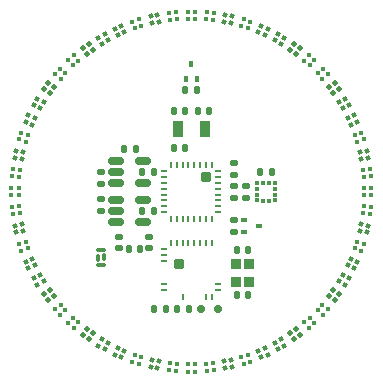
<source format=gbr>
%TF.GenerationSoftware,KiCad,Pcbnew,9.0.2*%
%TF.CreationDate,2025-06-15T10:44:02-04:00*%
%TF.ProjectId,WristWatch,57726973-7457-4617-9463-682e6b696361,rev?*%
%TF.SameCoordinates,Original*%
%TF.FileFunction,Paste,Top*%
%TF.FilePolarity,Positive*%
%FSLAX46Y46*%
G04 Gerber Fmt 4.6, Leading zero omitted, Abs format (unit mm)*
G04 Created by KiCad (PCBNEW 9.0.2) date 2025-06-15 10:44:02*
%MOMM*%
%LPD*%
G01*
G04 APERTURE LIST*
G04 Aperture macros list*
%AMRoundRect*
0 Rectangle with rounded corners*
0 $1 Rounding radius*
0 $2 $3 $4 $5 $6 $7 $8 $9 X,Y pos of 4 corners*
0 Add a 4 corners polygon primitive as box body*
4,1,4,$2,$3,$4,$5,$6,$7,$8,$9,$2,$3,0*
0 Add four circle primitives for the rounded corners*
1,1,$1+$1,$2,$3*
1,1,$1+$1,$4,$5*
1,1,$1+$1,$6,$7*
1,1,$1+$1,$8,$9*
0 Add four rect primitives between the rounded corners*
20,1,$1+$1,$2,$3,$4,$5,0*
20,1,$1+$1,$4,$5,$6,$7,0*
20,1,$1+$1,$6,$7,$8,$9,0*
20,1,$1+$1,$8,$9,$2,$3,0*%
G04 Aperture macros list end*
%ADD10RoundRect,0.075000X0.075000X-0.225000X0.075000X0.225000X-0.075000X0.225000X-0.075000X-0.225000X0*%
%ADD11RoundRect,0.087500X-0.312500X-0.087500X0.312500X-0.087500X0.312500X0.087500X-0.312500X0.087500X0*%
%ADD12RoundRect,0.100000X0.155000X0.100000X-0.155000X0.100000X-0.155000X-0.100000X0.155000X-0.100000X0*%
%ADD13RoundRect,0.100000X-0.100000X0.155000X-0.100000X-0.155000X0.100000X-0.155000X0.100000X0.155000X0*%
%ADD14RoundRect,0.140000X0.140000X0.170000X-0.140000X0.170000X-0.140000X-0.170000X0.140000X-0.170000X0*%
%ADD15RoundRect,0.100000X0.100000X-0.100000X0.100000X0.100000X-0.100000X0.100000X-0.100000X-0.100000X0*%
%ADD16RoundRect,0.150000X-0.512500X-0.150000X0.512500X-0.150000X0.512500X0.150000X-0.512500X0.150000X0*%
%ADD17RoundRect,0.100000X-0.132028X0.050681X-0.050681X-0.132028X0.132028X-0.050681X0.050681X0.132028X0*%
%ADD18RoundRect,0.100000X0.136603X-0.036603X0.036603X0.136603X-0.136603X0.036603X-0.036603X-0.136603X0*%
%ADD19RoundRect,0.100000X-0.022123X-0.139680X0.139680X-0.022123X0.022123X0.139680X-0.139680X0.022123X0*%
%ADD20RoundRect,0.100000X-0.050681X-0.132028X0.132028X-0.050681X0.050681X0.132028X-0.132028X0.050681X0*%
%ADD21RoundRect,0.135000X-0.135000X-0.185000X0.135000X-0.185000X0.135000X0.185000X-0.135000X0.185000X0*%
%ADD22R,0.824800X1.422400*%
%ADD23RoundRect,0.100000X0.118606X0.077024X-0.077024X0.118606X-0.118606X-0.077024X0.077024X-0.118606X0*%
%ADD24RoundRect,0.135000X-0.185000X0.135000X-0.185000X-0.135000X0.185000X-0.135000X0.185000X0.135000X0*%
%ADD25RoundRect,0.100000X-0.022123X0.139680X-0.139680X-0.022123X0.022123X-0.139680X0.139680X0.022123X0*%
%ADD26RoundRect,0.100000X0.050681X0.132028X-0.132028X0.050681X-0.050681X-0.132028X0.132028X-0.050681X0*%
%ADD27RoundRect,0.100000X-0.126007X0.064204X-0.064204X-0.126007X0.126007X-0.064204X0.064204X0.126007X0*%
%ADD28RoundRect,0.100000X0.022123X-0.139680X0.139680X0.022123X-0.022123X0.139680X-0.139680X-0.022123X0*%
%ADD29RoundRect,0.100000X0.077024X-0.118606X0.118606X0.077024X-0.077024X0.118606X-0.118606X-0.077024X0*%
%ADD30RoundRect,0.100000X-0.036603X-0.136603X0.136603X-0.036603X0.036603X0.136603X-0.136603X0.036603X0*%
%ADD31RoundRect,0.135000X0.135000X0.185000X-0.135000X0.185000X-0.135000X-0.185000X0.135000X-0.185000X0*%
%ADD32RoundRect,0.140000X0.170000X-0.140000X0.170000X0.140000X-0.170000X0.140000X-0.170000X-0.140000X0*%
%ADD33RoundRect,0.100000X0.141228X-0.007401X0.007401X0.141228X-0.141228X0.007401X-0.007401X-0.141228X0*%
%ADD34RoundRect,0.100000X-0.141228X0.007401X-0.007401X-0.141228X0.141228X-0.007401X0.007401X0.141228X0*%
%ADD35RoundRect,0.100000X0.064204X0.126007X-0.126007X0.064204X-0.064204X-0.126007X0.126007X-0.064204X0*%
%ADD36RoundRect,0.100000X-0.126007X-0.064204X0.064204X-0.126007X0.126007X0.064204X-0.064204X0.126007X0*%
%ADD37RoundRect,0.212500X-0.212500X-0.212500X0.212500X-0.212500X0.212500X0.212500X-0.212500X0.212500X0*%
%ADD38RoundRect,0.062500X-0.187500X-0.062500X0.187500X-0.062500X0.187500X0.062500X-0.187500X0.062500X0*%
%ADD39RoundRect,0.062500X-0.062500X-0.187500X0.062500X-0.187500X0.062500X0.187500X-0.062500X0.187500X0*%
%ADD40RoundRect,0.140000X-0.170000X0.140000X-0.170000X-0.140000X0.170000X-0.140000X0.170000X0.140000X0*%
%ADD41RoundRect,0.100000X0.050681X-0.132028X0.132028X0.050681X-0.050681X0.132028X-0.132028X-0.050681X0*%
%ADD42R,0.375000X0.350000*%
%ADD43R,0.350000X0.375000*%
%ADD44RoundRect,0.100000X0.077024X0.118606X-0.118606X0.077024X-0.077024X-0.118606X0.118606X-0.077024X0*%
%ADD45RoundRect,0.100000X-0.139680X0.022123X-0.022123X-0.139680X0.139680X-0.022123X0.022123X0.139680X0*%
%ADD46RoundRect,0.100000X0.088999X0.109905X-0.109905X0.088999X-0.088999X-0.109905X0.109905X-0.088999X0*%
%ADD47RoundRect,0.100000X-0.118606X-0.077024X0.077024X-0.118606X0.118606X0.077024X-0.077024X0.118606X0*%
%ADD48RoundRect,0.100000X0.109905X0.088999X-0.088999X0.109905X-0.109905X-0.088999X0.088999X-0.109905X0*%
%ADD49RoundRect,0.100000X-0.109905X-0.088999X0.088999X-0.109905X0.109905X0.088999X-0.088999X0.109905X0*%
%ADD50RoundRect,0.100000X0.064204X-0.126007X0.126007X0.064204X-0.064204X0.126007X-0.126007X-0.064204X0*%
%ADD51RoundRect,0.100000X0.036603X-0.136603X0.136603X0.036603X-0.036603X0.136603X-0.136603X-0.036603X0*%
%ADD52RoundRect,0.100000X-0.100000X-0.100000X0.100000X-0.100000X0.100000X0.100000X-0.100000X0.100000X0*%
%ADD53RoundRect,0.140000X-0.140000X-0.170000X0.140000X-0.170000X0.140000X0.170000X-0.140000X0.170000X0*%
%ADD54RoundRect,0.100000X0.036603X0.136603X-0.136603X0.036603X-0.036603X-0.136603X0.136603X-0.036603X0*%
%ADD55RoundRect,0.100000X-0.136603X-0.036603X0.036603X-0.136603X0.136603X0.036603X-0.036603X0.136603X0*%
%ADD56RoundRect,0.100000X-0.100000X0.100000X-0.100000X-0.100000X0.100000X-0.100000X0.100000X0.100000X0*%
%ADD57RoundRect,0.100000X0.022123X0.139680X-0.139680X0.022123X-0.022123X-0.139680X0.139680X-0.022123X0*%
%ADD58RoundRect,0.100000X0.136603X0.036603X-0.036603X0.136603X-0.136603X-0.036603X0.036603X-0.136603X0*%
%ADD59RoundRect,0.147500X0.147500X0.172500X-0.147500X0.172500X-0.147500X-0.172500X0.147500X-0.172500X0*%
%ADD60RoundRect,0.100000X-0.118606X0.077024X-0.077024X-0.118606X0.118606X-0.077024X0.077024X0.118606X0*%
%ADD61RoundRect,0.135000X0.185000X-0.135000X0.185000X0.135000X-0.185000X0.135000X-0.185000X-0.135000X0*%
%ADD62RoundRect,0.100000X-0.141228X-0.007401X0.007401X-0.141228X0.141228X0.007401X-0.007401X0.141228X0*%
%ADD63RoundRect,0.100000X-0.077024X0.118606X-0.118606X-0.077024X0.077024X-0.118606X0.118606X0.077024X0*%
%ADD64RoundRect,0.100000X-0.064204X0.126007X-0.126007X-0.064204X0.064204X-0.126007X0.126007X0.064204X0*%
%ADD65RoundRect,0.038260X0.344340X-0.421340X0.344340X0.421340X-0.344340X0.421340X-0.344340X-0.421340X0*%
%ADD66RoundRect,0.100000X0.088999X-0.109905X0.109905X0.088999X-0.088999X0.109905X-0.109905X-0.088999X0*%
%ADD67RoundRect,0.100000X0.126007X0.064204X-0.064204X0.126007X-0.126007X-0.064204X0.064204X-0.126007X0*%
%ADD68RoundRect,0.100000X-0.088999X0.109905X-0.109905X-0.088999X0.088999X-0.109905X0.109905X0.088999X0*%
%ADD69RoundRect,0.100000X0.139680X0.022123X-0.022123X0.139680X-0.139680X-0.022123X0.022123X-0.139680X0*%
%ADD70RoundRect,0.100000X-0.088999X-0.109905X0.109905X-0.088999X0.088999X0.109905X-0.109905X0.088999X0*%
%ADD71RoundRect,0.100000X-0.136603X0.036603X-0.036603X-0.136603X0.136603X-0.036603X0.036603X0.136603X0*%
%ADD72RoundRect,0.100000X0.132028X0.050681X-0.050681X0.132028X-0.132028X-0.050681X0.050681X-0.132028X0*%
%ADD73RoundRect,0.100000X-0.132028X-0.050681X0.050681X-0.132028X0.132028X0.050681X-0.050681X0.132028X0*%
%ADD74RoundRect,0.100000X-0.007401X-0.141228X0.141228X-0.007401X0.007401X0.141228X-0.141228X0.007401X0*%
%ADD75RoundRect,0.150000X0.150000X0.200000X-0.150000X0.200000X-0.150000X-0.200000X0.150000X-0.200000X0*%
%ADD76RoundRect,0.100000X0.126007X-0.064204X0.064204X0.126007X-0.126007X0.064204X-0.064204X-0.126007X0*%
%ADD77RoundRect,0.100000X0.118606X-0.077024X0.077024X0.118606X-0.118606X0.077024X-0.077024X-0.118606X0*%
%ADD78RoundRect,0.100000X-0.036603X0.136603X-0.136603X-0.036603X0.036603X-0.136603X0.136603X0.036603X0*%
%ADD79RoundRect,0.100000X0.007401X-0.141228X0.141228X0.007401X-0.007401X0.141228X-0.141228X-0.007401X0*%
%ADD80RoundRect,0.100000X0.109905X-0.088999X0.088999X0.109905X-0.109905X0.088999X-0.088999X-0.109905X0*%
%ADD81RoundRect,0.100000X-0.077024X-0.118606X0.118606X-0.077024X0.077024X0.118606X-0.118606X0.077024X0*%
%ADD82RoundRect,0.100000X-0.109905X0.088999X-0.088999X-0.109905X0.109905X-0.088999X0.088999X0.109905X0*%
%ADD83RoundRect,0.100000X0.141228X0.007401X-0.007401X0.141228X-0.141228X-0.007401X0.007401X-0.141228X0*%
%ADD84RoundRect,0.100000X-0.007401X0.141228X-0.141228X-0.007401X0.007401X-0.141228X0.141228X0.007401X0*%
%ADD85RoundRect,0.100000X-0.064204X-0.126007X0.126007X-0.064204X0.064204X0.126007X-0.126007X0.064204X0*%
%ADD86RoundRect,0.100000X-0.050681X0.132028X-0.132028X-0.050681X0.050681X-0.132028X0.132028X0.050681X0*%
%ADD87RoundRect,0.100000X0.139680X-0.022123X0.022123X0.139680X-0.139680X0.022123X-0.022123X-0.139680X0*%
%ADD88RoundRect,0.212500X-0.212500X0.212500X-0.212500X-0.212500X0.212500X-0.212500X0.212500X0.212500X0*%
%ADD89RoundRect,0.062500X-0.062500X0.187500X-0.062500X-0.187500X0.062500X-0.187500X0.062500X0.187500X0*%
%ADD90RoundRect,0.062500X-0.187500X0.062500X-0.187500X-0.062500X0.187500X-0.062500X0.187500X0.062500X0*%
%ADD91RoundRect,0.100000X0.132028X-0.050681X0.050681X0.132028X-0.132028X0.050681X-0.050681X-0.132028X0*%
%ADD92RoundRect,0.100000X0.007401X0.141228X-0.141228X0.007401X-0.007401X-0.141228X0.141228X-0.007401X0*%
%ADD93RoundRect,0.100000X0.100000X0.100000X-0.100000X0.100000X-0.100000X-0.100000X0.100000X-0.100000X0*%
%ADD94RoundRect,0.100000X-0.139680X-0.022123X0.022123X-0.139680X0.139680X0.022123X-0.022123X0.139680X0*%
G04 APERTURE END LIST*
D10*
%TO.C,AE1*%
X-7874000Y-5588000D03*
D11*
X-7624000Y-4963000D03*
X-7624000Y-6213000D03*
D10*
X-7374000Y-5538000D03*
%TD*%
D12*
%TO.C,Q2*%
X4445900Y-2395600D03*
X4445900Y-3395600D03*
X5735900Y-2895600D03*
%TD*%
D13*
%TO.C,Q1*%
X-500000Y9515000D03*
X500000Y9515000D03*
X0Y10805000D03*
%TD*%
D14*
%TO.C,C14*%
X-3203000Y1651000D03*
X-4163000Y1651000D03*
%TD*%
D15*
%TO.C,D16*%
X-15235200Y300000D03*
X-15235200Y-300000D03*
X-14635200Y-300000D03*
X-14635200Y300000D03*
%TD*%
D16*
%TO.C,U5*%
X-6344500Y2601000D03*
X-6344500Y1651000D03*
X-6344500Y701000D03*
X-4069500Y701000D03*
X-4069500Y2601000D03*
%TD*%
D17*
%TO.C,D50*%
X14040069Y5922650D03*
X13796027Y6470778D03*
X13247899Y6226736D03*
X13491941Y5678608D03*
%TD*%
D18*
%TO.C,D21*%
X-13344071Y-7357792D03*
X-13044071Y-7877408D03*
X-12524455Y-7577408D03*
X-12824455Y-7057792D03*
%TD*%
D19*
%TO.C,D7*%
X-8712320Y12501872D03*
X-9197731Y12149201D03*
X-8845060Y11663790D03*
X-8359649Y12016461D03*
%TD*%
D20*
%TO.C,D5*%
X-5922650Y14040069D03*
X-6470778Y13796027D03*
X-6226736Y13247899D03*
X-5678608Y13491941D03*
%TD*%
D21*
%TO.C,R6*%
X-510000Y8636000D03*
X510000Y8636000D03*
%TD*%
D14*
%TO.C,C13*%
X-3203000Y-1651000D03*
X-4163000Y-1651000D03*
%TD*%
D22*
%TO.C,Y1*%
X-1162400Y5334000D03*
X1162400Y5334000D03*
%TD*%
D23*
%TO.C,D29*%
X-3461021Y-14839901D03*
X-2874132Y-14964648D03*
X-2749385Y-14377759D03*
X-3336274Y-14253012D03*
%TD*%
D24*
%TO.C,R11*%
X3566900Y-2385600D03*
X3566900Y-3405600D03*
%TD*%
D25*
%TO.C,D40*%
X12149201Y-9197731D03*
X12501872Y-8712320D03*
X12016461Y-8359649D03*
X11663790Y-8845060D03*
%TD*%
D21*
%TO.C,R10*%
X-5717000Y3606800D03*
X-4697000Y3606800D03*
%TD*%
D26*
%TO.C,D35*%
X5922650Y-14040069D03*
X6470778Y-13796027D03*
X6226736Y-13247899D03*
X5678608Y-13491941D03*
%TD*%
D27*
%TO.C,D49*%
X14582241Y4422619D03*
X14396831Y4993253D03*
X13826197Y4807843D03*
X14011607Y4237209D03*
%TD*%
D28*
%TO.C,D10*%
X-12149201Y9197731D03*
X-12501872Y8712320D03*
X-12016461Y8359649D03*
X-11663790Y8845060D03*
%TD*%
D29*
%TO.C,D14*%
X-14839901Y3461021D03*
X-14964648Y2874132D03*
X-14377759Y2749385D03*
X-14253012Y3336274D03*
%TD*%
D30*
%TO.C,D6*%
X-7357792Y13344071D03*
X-7877408Y13044071D03*
X-7577408Y12524455D03*
X-7057792Y12824455D03*
%TD*%
D31*
%TO.C,R9*%
X6809200Y1676400D03*
X5789200Y1676400D03*
%TD*%
D32*
%TO.C,C15*%
X-7620000Y663000D03*
X-7620000Y1623000D03*
%TD*%
D14*
%TO.C,C1*%
X-536000Y3657600D03*
X-1496000Y3657600D03*
%TD*%
D33*
%TO.C,D23*%
X-11522700Y-9971395D03*
X-11121221Y-10417282D03*
X-10675334Y-10015803D03*
X-11076813Y-9569916D03*
%TD*%
D34*
%TO.C,D53*%
X11522700Y9971395D03*
X11121221Y10417282D03*
X10675334Y10015803D03*
X11076813Y9569916D03*
%TD*%
D35*
%TO.C,D34*%
X4422619Y-14582241D03*
X4993253Y-14396831D03*
X4807843Y-13826197D03*
X4237209Y-14011607D03*
%TD*%
D21*
%TO.C,R12*%
X-3177000Y-9906000D03*
X-2157000Y-9906000D03*
%TD*%
D36*
%TO.C,D58*%
X4993253Y14396831D03*
X4422619Y14582241D03*
X4237209Y14011607D03*
X4807843Y13826197D03*
%TD*%
D37*
%TO.C,U6*%
X-1016000Y-6096000D03*
D38*
X-2286000Y-4854000D03*
X-2286000Y-5354000D03*
X-2286000Y-5854000D03*
X-2286000Y-7854000D03*
X-2286000Y-8354000D03*
D39*
X-750000Y-8890000D03*
X1250000Y-8890000D03*
X1750000Y-8890000D03*
D38*
X2286000Y-8354000D03*
X2286000Y-7854000D03*
D39*
X1750000Y-4318000D03*
X1250000Y-4318000D03*
X750000Y-4318000D03*
X250000Y-4318000D03*
X-250000Y-4318000D03*
X-750000Y-4318000D03*
X-1250000Y-4318000D03*
X-1750000Y-4318000D03*
%TD*%
D40*
%TO.C,C12*%
X-7620000Y-663000D03*
X-7620000Y-1623000D03*
%TD*%
D41*
%TO.C,D12*%
X-13796027Y6470778D03*
X-14040069Y5922650D03*
X-13491941Y5678608D03*
X-13247899Y6226736D03*
%TD*%
D42*
%TO.C,U3*%
X5536700Y750000D03*
X5536700Y250000D03*
X5536700Y-250000D03*
X5536700Y-750000D03*
D43*
X6049200Y-762500D03*
X6549200Y-762500D03*
D42*
X7061700Y-750000D03*
X7061700Y-250000D03*
X7061700Y250000D03*
X7061700Y750000D03*
D43*
X6549200Y762500D03*
X6049200Y762500D03*
%TD*%
D44*
%TO.C,D33*%
X2874132Y-14964648D03*
X3461021Y-14839901D03*
X3336274Y-14253012D03*
X2749385Y-14377759D03*
%TD*%
D45*
%TO.C,D52*%
X12501872Y8712320D03*
X12149201Y9197731D03*
X11663790Y8845060D03*
X12016461Y8359649D03*
%TD*%
D46*
%TO.C,D32*%
X1294156Y-15183098D03*
X1890869Y-15120381D03*
X1828152Y-14523668D03*
X1231439Y-14586385D03*
%TD*%
D47*
%TO.C,D59*%
X3461021Y14839901D03*
X2874132Y14964648D03*
X2749385Y14377759D03*
X3336274Y14253012D03*
%TD*%
D14*
%TO.C,C16*%
X4798000Y-4953000D03*
X3838000Y-4953000D03*
%TD*%
D48*
%TO.C,D30*%
X-1890869Y-15120381D03*
X-1294156Y-15183098D03*
X-1231439Y-14586385D03*
X-1828152Y-14523668D03*
%TD*%
D49*
%TO.C,D60*%
X1890869Y15120381D03*
X1294156Y15183098D03*
X1231439Y14586385D03*
X1828152Y14523668D03*
%TD*%
D32*
%TO.C,C19*%
X-6096000Y-4798000D03*
X-6096000Y-3838000D03*
%TD*%
D50*
%TO.C,D13*%
X-14396831Y4993253D03*
X-14582241Y4422619D03*
X-14011607Y4237209D03*
X-13826197Y4807843D03*
%TD*%
D51*
%TO.C,D11*%
X-13044071Y7877408D03*
X-13344071Y7357792D03*
X-12824455Y7057792D03*
X-12524455Y7577408D03*
%TD*%
D52*
%TO.C,D1*%
X300000Y15235200D03*
X-300000Y15235200D03*
X-300000Y14635200D03*
X300000Y14635200D03*
%TD*%
D53*
%TO.C,C17*%
X3838000Y-8763000D03*
X4798000Y-8763000D03*
%TD*%
D54*
%TO.C,D36*%
X7357792Y-13344071D03*
X7877408Y-13044071D03*
X7577408Y-12524455D03*
X7057792Y-12824455D03*
%TD*%
D55*
%TO.C,D56*%
X7877408Y13044071D03*
X7357792Y13344071D03*
X7057792Y12824455D03*
X7577408Y12524455D03*
%TD*%
D56*
%TO.C,D46*%
X15235200Y-300000D03*
X15235200Y300000D03*
X14635200Y300000D03*
X14635200Y-300000D03*
%TD*%
D57*
%TO.C,D37*%
X8712320Y-12501872D03*
X9197731Y-12149201D03*
X8845060Y-11663790D03*
X8359649Y-12016461D03*
%TD*%
D58*
%TO.C,D26*%
X-7877408Y-13044071D03*
X-7357792Y-13344071D03*
X-7057792Y-12824455D03*
X-7577408Y-12524455D03*
%TD*%
D59*
%TO.C,L2*%
X-4341000Y-4826000D03*
X-5311000Y-4826000D03*
%TD*%
D60*
%TO.C,D48*%
X14964648Y2874132D03*
X14839901Y3461021D03*
X14253012Y3336274D03*
X14377759Y2749385D03*
%TD*%
D61*
%TO.C,R1*%
X3606800Y1395000D03*
X3606800Y2415000D03*
%TD*%
D31*
%TO.C,R13*%
X-201200Y-9906000D03*
X-1221200Y-9906000D03*
%TD*%
D62*
%TO.C,D54*%
X10417282Y11121221D03*
X9971395Y11522700D03*
X9569916Y11076813D03*
X10015803Y10675334D03*
%TD*%
D63*
%TO.C,D44*%
X14839901Y-3461021D03*
X14964648Y-2874132D03*
X14377759Y-2749385D03*
X14253012Y-3336274D03*
%TD*%
D32*
%TO.C,C18*%
X-3556000Y-4798000D03*
X-3556000Y-3838000D03*
%TD*%
D53*
%TO.C,C4*%
X536000Y6858000D03*
X1496000Y6858000D03*
%TD*%
D64*
%TO.C,D43*%
X14396831Y-4993253D03*
X14582241Y-4422619D03*
X14011607Y-4237209D03*
X13826197Y-4807843D03*
%TD*%
D65*
%TO.C,Y2*%
X4900600Y-7617600D03*
X4900600Y-6098400D03*
X3735400Y-6098400D03*
X3735400Y-7617600D03*
%TD*%
D66*
%TO.C,D15*%
X-15120381Y1890869D03*
X-15183098Y1294156D03*
X-14586385Y1231439D03*
X-14523668Y1828152D03*
%TD*%
D24*
%TO.C,R7*%
X4597400Y510000D03*
X4597400Y-510000D03*
%TD*%
D67*
%TO.C,D28*%
X-4993253Y-14396831D03*
X-4422619Y-14582241D03*
X-4237209Y-14011607D03*
X-4807843Y-13826197D03*
%TD*%
D68*
%TO.C,D45*%
X15120381Y-1890869D03*
X15183098Y-1294156D03*
X14586385Y-1231439D03*
X14523668Y-1828152D03*
%TD*%
D69*
%TO.C,D25*%
X-9197731Y-12149201D03*
X-8712320Y-12501872D03*
X-8359649Y-12016461D03*
X-8845060Y-11663790D03*
%TD*%
D70*
%TO.C,D2*%
X-1294156Y15183098D03*
X-1890869Y15120381D03*
X-1828152Y14523668D03*
X-1231439Y14586385D03*
%TD*%
D71*
%TO.C,D51*%
X13344071Y7357792D03*
X13044071Y7877408D03*
X12524455Y7577408D03*
X12824455Y7057792D03*
%TD*%
D72*
%TO.C,D27*%
X-6470778Y-13796027D03*
X-5922650Y-14040069D03*
X-5678608Y-13491941D03*
X-6226736Y-13247899D03*
%TD*%
D73*
%TO.C,D57*%
X6470778Y13796027D03*
X5922650Y14040069D03*
X5678608Y13491941D03*
X6226736Y13247899D03*
%TD*%
D74*
%TO.C,D8*%
X-9971395Y11522700D03*
X-10417282Y11121221D03*
X-10015803Y10675334D03*
X-9569916Y11076813D03*
%TD*%
D75*
%TO.C,D61*%
X824000Y-9906000D03*
X2224000Y-9906000D03*
%TD*%
D76*
%TO.C,D19*%
X-14582241Y-4422619D03*
X-14396831Y-4993253D03*
X-13826197Y-4807843D03*
X-14011607Y-4237209D03*
%TD*%
D77*
%TO.C,D18*%
X-14964648Y-2874132D03*
X-14839901Y-3461021D03*
X-14253012Y-3336274D03*
X-14377759Y-2749385D03*
%TD*%
D78*
%TO.C,D41*%
X13044071Y-7877408D03*
X13344071Y-7357792D03*
X12824455Y-7057792D03*
X12524455Y-7577408D03*
%TD*%
D79*
%TO.C,D9*%
X-11121221Y10417282D03*
X-11522700Y9971395D03*
X-11076813Y9569916D03*
X-10675334Y10015803D03*
%TD*%
D16*
%TO.C,U4*%
X-6344500Y-701000D03*
X-6344500Y-1651000D03*
X-6344500Y-2601000D03*
X-4069500Y-2601000D03*
X-4069500Y-701000D03*
%TD*%
D80*
%TO.C,D17*%
X-15183098Y-1294156D03*
X-15120381Y-1890869D03*
X-14523668Y-1828152D03*
X-14586385Y-1231439D03*
%TD*%
D81*
%TO.C,D3*%
X-2874132Y14964648D03*
X-3461021Y14839901D03*
X-3336274Y14253012D03*
X-2749385Y14377759D03*
%TD*%
D14*
%TO.C,C7*%
X-536000Y6858000D03*
X-1496000Y6858000D03*
%TD*%
D82*
%TO.C,D47*%
X15183098Y1294156D03*
X15120381Y1890869D03*
X14523668Y1828152D03*
X14586385Y1231439D03*
%TD*%
D83*
%TO.C,D24*%
X-10417282Y-11121221D03*
X-9971395Y-11522700D03*
X-9569916Y-11076813D03*
X-10015803Y-10675334D03*
%TD*%
D84*
%TO.C,D39*%
X11121221Y-10417282D03*
X11522700Y-9971395D03*
X11076813Y-9569916D03*
X10675334Y-10015803D03*
%TD*%
D85*
%TO.C,D4*%
X-4422619Y14582241D03*
X-4993253Y14396831D03*
X-4807843Y13826197D03*
X-4237209Y14011607D03*
%TD*%
D86*
%TO.C,D42*%
X13796027Y-6470778D03*
X14040069Y-5922650D03*
X13491941Y-5678608D03*
X13247899Y-6226736D03*
%TD*%
D87*
%TO.C,D22*%
X-12501872Y-8712320D03*
X-12149201Y-9197731D03*
X-11663790Y-8845060D03*
X-12016461Y-8359649D03*
%TD*%
D88*
%TO.C,U2*%
X1219200Y1219200D03*
D89*
X1750000Y2286000D03*
X1250000Y2286000D03*
X750000Y2286000D03*
X250000Y2286000D03*
X-250000Y2286000D03*
X-750000Y2286000D03*
X-1250000Y2286000D03*
X-1750000Y2286000D03*
D90*
X-2286000Y1750000D03*
X-2286000Y1250000D03*
X-2286000Y750000D03*
X-2286000Y250000D03*
X-2286000Y-250000D03*
X-2286000Y-750000D03*
X-2286000Y-1250000D03*
X-2286000Y-1750000D03*
D89*
X-1750000Y-2286000D03*
X-1250000Y-2286000D03*
X-750000Y-2286000D03*
X-250000Y-2286000D03*
X250000Y-2286000D03*
X750000Y-2286000D03*
X1250000Y-2286000D03*
X1750000Y-2286000D03*
D90*
X2286000Y-1750000D03*
X2286000Y-1250000D03*
X2286000Y-750000D03*
X2286000Y-250000D03*
X2286000Y250000D03*
X2286000Y750000D03*
X2286000Y1250000D03*
X2286000Y1750000D03*
%TD*%
D91*
%TO.C,D20*%
X-14040069Y-5922650D03*
X-13796027Y-6470778D03*
X-13247899Y-6226736D03*
X-13491941Y-5678608D03*
%TD*%
D24*
%TO.C,R8*%
X3606800Y510000D03*
X3606800Y-510000D03*
%TD*%
D92*
%TO.C,D38*%
X9971395Y-11522700D03*
X10417282Y-11121221D03*
X10015803Y-10675334D03*
X9569916Y-11076813D03*
%TD*%
D93*
%TO.C,D31*%
X-300000Y-15235200D03*
X300000Y-15235200D03*
X300000Y-14635200D03*
X-300000Y-14635200D03*
%TD*%
D94*
%TO.C,D55*%
X9197731Y12149201D03*
X8712320Y12501872D03*
X8359649Y12016461D03*
X8845060Y11663790D03*
%TD*%
M02*

</source>
